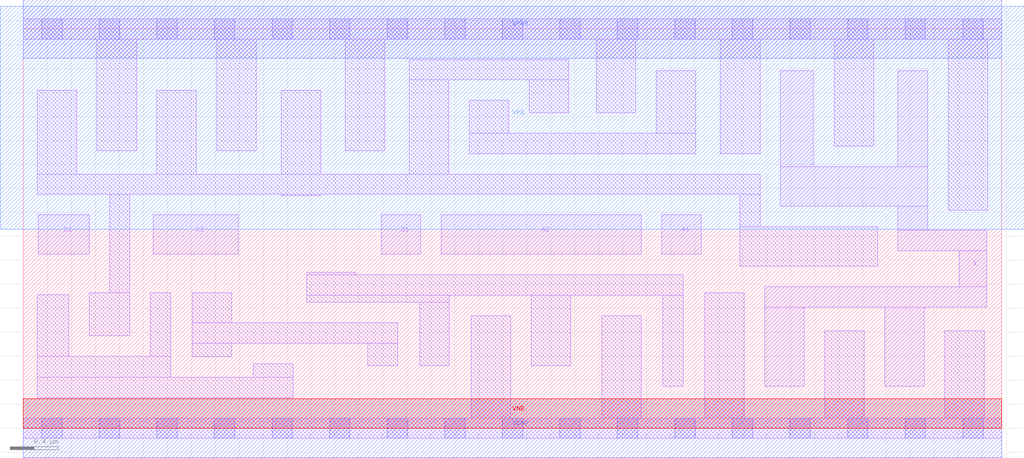
<source format=lef>
# Copyright 2020 The SkyWater PDK Authors
#
# Licensed under the Apache License, Version 2.0 (the "License");
# you may not use this file except in compliance with the License.
# You may obtain a copy of the License at
#
#     https://www.apache.org/licenses/LICENSE-2.0
#
# Unless required by applicable law or agreed to in writing, software
# distributed under the License is distributed on an "AS IS" BASIS,
# WITHOUT WARRANTIES OR CONDITIONS OF ANY KIND, either express or implied.
# See the License for the specific language governing permissions and
# limitations under the License.
#
# SPDX-License-Identifier: Apache-2.0

VERSION 5.7 ;
  NOWIREEXTENSIONATPIN ON ;
  DIVIDERCHAR "/" ;
  BUSBITCHARS "[]" ;
MACRO sky130_fd_sc_ls__o2111a_4
  CLASS CORE ;
  FOREIGN sky130_fd_sc_ls__o2111a_4 ;
  ORIGIN  0.000000  0.000000 ;
  SIZE  8.160000 BY  3.330000 ;
  SYMMETRY X Y ;
  SITE unit ;
  PIN A1
    ANTENNAGATEAREA  0.522000 ;
    DIRECTION INPUT ;
    USE SIGNAL ;
    PORT
      LAYER li1 ;
        RECT 5.325000 1.450000 5.655000 1.780000 ;
    END
  END A1
  PIN A2
    ANTENNAGATEAREA  0.522000 ;
    DIRECTION INPUT ;
    USE SIGNAL ;
    PORT
      LAYER li1 ;
        RECT 3.485000 1.450000 5.155000 1.780000 ;
    END
  END A2
  PIN B1
    ANTENNAGATEAREA  0.474000 ;
    DIRECTION INPUT ;
    USE SIGNAL ;
    PORT
      LAYER li1 ;
        RECT 2.985000 1.450000 3.315000 1.780000 ;
    END
  END B1
  PIN C1
    ANTENNAGATEAREA  0.474000 ;
    DIRECTION INPUT ;
    USE SIGNAL ;
    PORT
      LAYER li1 ;
        RECT 1.085000 1.450000 1.795000 1.780000 ;
    END
  END C1
  PIN D1
    ANTENNAGATEAREA  0.474000 ;
    DIRECTION INPUT ;
    USE SIGNAL ;
    PORT
      LAYER li1 ;
        RECT 0.125000 1.450000 0.550000 1.780000 ;
    END
  END D1
  PIN VNB
    PORT
      LAYER pwell ;
        RECT 0.000000 0.000000 8.160000 0.245000 ;
    END
  END VNB
  PIN VPB
    PORT
      LAYER nwell ;
        RECT -0.190000 1.660000 8.350000 3.520000 ;
    END
  END VPB
  PIN X
    ANTENNADIFFAREA  1.142400 ;
    DIRECTION OUTPUT ;
    USE SIGNAL ;
    PORT
      LAYER li1 ;
        RECT 6.185000 0.350000 6.515000 1.010000 ;
        RECT 6.185000 1.010000 8.035000 1.180000 ;
        RECT 6.315000 1.850000 7.545000 2.180000 ;
        RECT 6.315000 2.180000 6.590000 2.980000 ;
        RECT 7.185000 0.350000 7.515000 1.010000 ;
        RECT 7.295000 1.480000 8.035000 1.650000 ;
        RECT 7.295000 1.650000 7.545000 1.850000 ;
        RECT 7.295000 2.180000 7.545000 2.980000 ;
        RECT 7.805000 1.180000 8.035000 1.480000 ;
    END
  END X
  PIN VGND
    DIRECTION INOUT ;
    SHAPE ABUTMENT ;
    USE GROUND ;
    PORT
      LAYER met1 ;
        RECT 0.000000 -0.245000 8.160000 0.245000 ;
    END
  END VGND
  PIN VPWR
    DIRECTION INOUT ;
    SHAPE ABUTMENT ;
    USE POWER ;
    PORT
      LAYER met1 ;
        RECT 0.000000 3.085000 8.160000 3.575000 ;
    END
  END VPWR
  OBS
    LAYER li1 ;
      RECT 0.000000 -0.085000 8.160000 0.085000 ;
      RECT 0.000000  3.245000 8.160000 3.415000 ;
      RECT 0.115000  0.255000 2.250000 0.425000 ;
      RECT 0.115000  0.425000 1.230000 0.600000 ;
      RECT 0.115000  0.600000 0.380000 1.115000 ;
      RECT 0.115000  1.950000 6.145000 2.120000 ;
      RECT 0.115000  2.120000 0.445000 2.820000 ;
      RECT 0.550000  0.770000 0.890000 1.130000 ;
      RECT 0.615000  2.315000 0.945000 3.245000 ;
      RECT 0.720000  1.130000 0.890000 1.950000 ;
      RECT 1.060000  0.600000 1.230000 1.130000 ;
      RECT 1.115000  2.120000 1.445000 2.820000 ;
      RECT 1.410000  0.595000 1.740000 0.710000 ;
      RECT 1.410000  0.710000 3.125000 0.880000 ;
      RECT 1.410000  0.880000 1.740000 1.130000 ;
      RECT 1.615000  2.315000 1.945000 3.245000 ;
      RECT 1.920000  0.425000 2.250000 0.540000 ;
      RECT 2.150000  1.940000 2.480000 1.950000 ;
      RECT 2.150000  2.120000 2.480000 2.820000 ;
      RECT 2.365000  1.050000 3.555000 1.110000 ;
      RECT 2.365000  1.110000 5.505000 1.280000 ;
      RECT 2.365000  1.280000 2.775000 1.300000 ;
      RECT 2.685000  2.315000 3.015000 3.245000 ;
      RECT 2.875000  0.520000 3.125000 0.710000 ;
      RECT 3.220000  2.120000 3.550000 2.905000 ;
      RECT 3.220000  2.905000 4.550000 3.075000 ;
      RECT 3.305000  0.520000 3.555000 1.050000 ;
      RECT 3.720000  2.290000 5.610000 2.460000 ;
      RECT 3.720000  2.460000 4.050000 2.735000 ;
      RECT 3.735000  0.085000 4.065000 0.940000 ;
      RECT 4.220000  2.630000 4.550000 2.905000 ;
      RECT 4.235000  0.520000 4.565000 1.110000 ;
      RECT 4.780000  2.630000 5.110000 3.245000 ;
      RECT 4.825000  0.085000 5.155000 0.940000 ;
      RECT 5.280000  2.460000 5.610000 2.980000 ;
      RECT 5.335000  0.350000 5.505000 1.110000 ;
      RECT 5.685000  0.085000 6.015000 1.130000 ;
      RECT 5.815000  2.290000 6.145000 3.245000 ;
      RECT 5.975000  1.350000 7.125000 1.680000 ;
      RECT 5.975000  1.680000 6.145000 1.950000 ;
      RECT 6.685000  0.085000 7.015000 0.815000 ;
      RECT 6.765000  2.350000 7.095000 3.245000 ;
      RECT 7.685000  0.085000 8.015000 0.815000 ;
      RECT 7.715000  1.820000 8.045000 3.245000 ;
    LAYER mcon ;
      RECT 0.155000 -0.085000 0.325000 0.085000 ;
      RECT 0.155000  3.245000 0.325000 3.415000 ;
      RECT 0.635000 -0.085000 0.805000 0.085000 ;
      RECT 0.635000  3.245000 0.805000 3.415000 ;
      RECT 1.115000 -0.085000 1.285000 0.085000 ;
      RECT 1.115000  3.245000 1.285000 3.415000 ;
      RECT 1.595000 -0.085000 1.765000 0.085000 ;
      RECT 1.595000  3.245000 1.765000 3.415000 ;
      RECT 2.075000 -0.085000 2.245000 0.085000 ;
      RECT 2.075000  3.245000 2.245000 3.415000 ;
      RECT 2.555000 -0.085000 2.725000 0.085000 ;
      RECT 2.555000  3.245000 2.725000 3.415000 ;
      RECT 3.035000 -0.085000 3.205000 0.085000 ;
      RECT 3.035000  3.245000 3.205000 3.415000 ;
      RECT 3.515000 -0.085000 3.685000 0.085000 ;
      RECT 3.515000  3.245000 3.685000 3.415000 ;
      RECT 3.995000 -0.085000 4.165000 0.085000 ;
      RECT 3.995000  3.245000 4.165000 3.415000 ;
      RECT 4.475000 -0.085000 4.645000 0.085000 ;
      RECT 4.475000  3.245000 4.645000 3.415000 ;
      RECT 4.955000 -0.085000 5.125000 0.085000 ;
      RECT 4.955000  3.245000 5.125000 3.415000 ;
      RECT 5.435000 -0.085000 5.605000 0.085000 ;
      RECT 5.435000  3.245000 5.605000 3.415000 ;
      RECT 5.915000 -0.085000 6.085000 0.085000 ;
      RECT 5.915000  3.245000 6.085000 3.415000 ;
      RECT 6.395000 -0.085000 6.565000 0.085000 ;
      RECT 6.395000  3.245000 6.565000 3.415000 ;
      RECT 6.875000 -0.085000 7.045000 0.085000 ;
      RECT 6.875000  3.245000 7.045000 3.415000 ;
      RECT 7.355000 -0.085000 7.525000 0.085000 ;
      RECT 7.355000  3.245000 7.525000 3.415000 ;
      RECT 7.835000 -0.085000 8.005000 0.085000 ;
      RECT 7.835000  3.245000 8.005000 3.415000 ;
  END
END sky130_fd_sc_ls__o2111a_4
END LIBRARY

</source>
